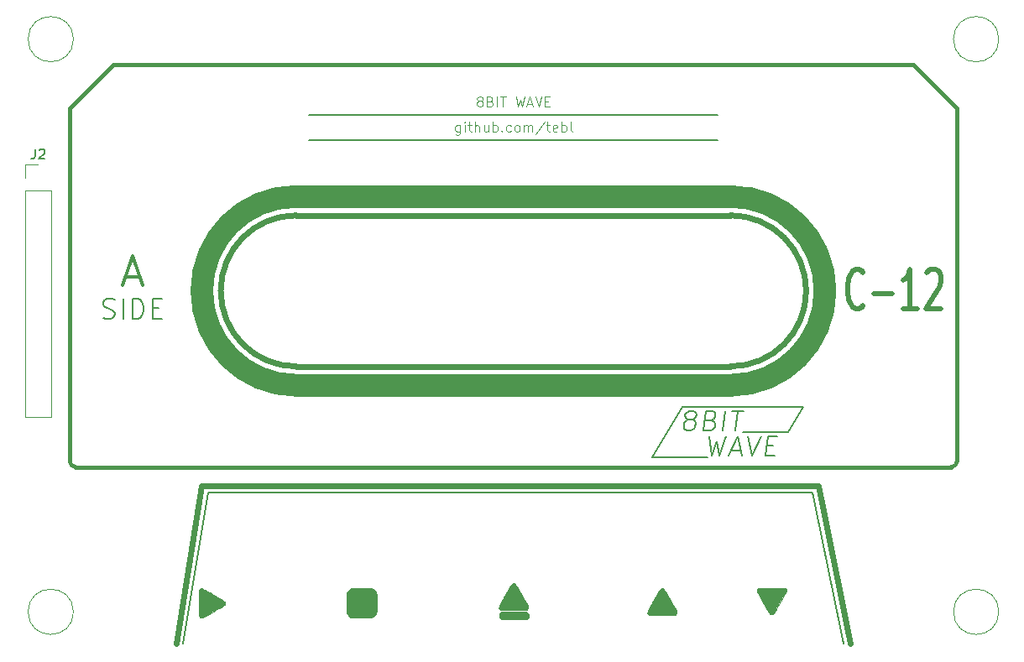
<source format=gto>
G04 #@! TF.GenerationSoftware,KiCad,Pcbnew,(5.1.5)-3*
G04 #@! TF.CreationDate,2020-03-10T22:22:35+01:00*
G04 #@! TF.ProjectId,8bitWave Faceplate,38626974-5761-4766-9520-46616365706c,rev?*
G04 #@! TF.SameCoordinates,Original*
G04 #@! TF.FileFunction,Legend,Top*
G04 #@! TF.FilePolarity,Positive*
%FSLAX46Y46*%
G04 Gerber Fmt 4.6, Leading zero omitted, Abs format (unit mm)*
G04 Created by KiCad (PCBNEW (5.1.5)-3) date 2020-03-10 22:22:35*
%MOMM*%
%LPD*%
G04 APERTURE LIST*
%ADD10C,0.300000*%
%ADD11C,2.300000*%
%ADD12C,0.400000*%
%ADD13C,0.600000*%
%ADD14C,0.500000*%
%ADD15C,0.150000*%
%ADD16C,0.200000*%
%ADD17C,0.100000*%
%ADD18C,0.120000*%
%ADD19C,0.010000*%
G04 APERTURE END LIST*
D10*
X81200714Y-105275000D02*
X82629285Y-105275000D01*
X80915000Y-106132142D02*
X81915000Y-103132142D01*
X82915000Y-106132142D01*
D11*
X88900000Y-106680000D02*
G75*
G03X98425000Y-116205000I9525000J0D01*
G01*
X98425000Y-97155000D02*
G75*
G03X88900000Y-106680000I0J-9525000D01*
G01*
X142240000Y-116205000D02*
G75*
G03X151765000Y-106680000I0J9525000D01*
G01*
X151765000Y-106680000D02*
G75*
G03X142240000Y-97155000I-9525000J0D01*
G01*
X98425000Y-97155000D02*
X142240000Y-97155000D01*
X98425000Y-116205000D02*
X142240000Y-116205000D01*
D12*
X76200000Y-124460000D02*
X164465000Y-124460000D01*
D13*
X142240000Y-99060000D02*
X98425000Y-99060000D01*
X98425000Y-114300000D02*
X142240000Y-114300000D01*
X90805000Y-106680000D02*
G75*
G03X98425000Y-114300000I7620000J0D01*
G01*
D14*
X155595238Y-108108571D02*
X155476190Y-108299047D01*
X155119047Y-108489523D01*
X154880952Y-108489523D01*
X154523809Y-108299047D01*
X154285714Y-107918095D01*
X154166666Y-107537142D01*
X154047619Y-106775238D01*
X154047619Y-106203809D01*
X154166666Y-105441904D01*
X154285714Y-105060952D01*
X154523809Y-104680000D01*
X154880952Y-104489523D01*
X155119047Y-104489523D01*
X155476190Y-104680000D01*
X155595238Y-104870476D01*
X156666666Y-106965714D02*
X158571428Y-106965714D01*
X161071428Y-108489523D02*
X159642857Y-108489523D01*
X160357142Y-108489523D02*
X160357142Y-104489523D01*
X160119047Y-105060952D01*
X159880952Y-105441904D01*
X159642857Y-105632380D01*
X162023809Y-104870476D02*
X162142857Y-104680000D01*
X162380952Y-104489523D01*
X162976190Y-104489523D01*
X163214285Y-104680000D01*
X163333333Y-104870476D01*
X163452380Y-105251428D01*
X163452380Y-105632380D01*
X163333333Y-106203809D01*
X161904761Y-108489523D01*
X163452380Y-108489523D01*
D15*
X78962619Y-109394523D02*
X79248333Y-109489761D01*
X79724523Y-109489761D01*
X79915000Y-109394523D01*
X80010238Y-109299285D01*
X80105476Y-109108809D01*
X80105476Y-108918333D01*
X80010238Y-108727857D01*
X79915000Y-108632619D01*
X79724523Y-108537380D01*
X79343571Y-108442142D01*
X79153095Y-108346904D01*
X79057857Y-108251666D01*
X78962619Y-108061190D01*
X78962619Y-107870714D01*
X79057857Y-107680238D01*
X79153095Y-107585000D01*
X79343571Y-107489761D01*
X79819761Y-107489761D01*
X80105476Y-107585000D01*
X80962619Y-109489761D02*
X80962619Y-107489761D01*
X81915000Y-109489761D02*
X81915000Y-107489761D01*
X82391190Y-107489761D01*
X82676904Y-107585000D01*
X82867380Y-107775476D01*
X82962619Y-107965952D01*
X83057857Y-108346904D01*
X83057857Y-108632619D01*
X82962619Y-109013571D01*
X82867380Y-109204047D01*
X82676904Y-109394523D01*
X82391190Y-109489761D01*
X81915000Y-109489761D01*
X83915000Y-108442142D02*
X84581666Y-108442142D01*
X84867380Y-109489761D02*
X83915000Y-109489761D01*
X83915000Y-107489761D01*
X84867380Y-107489761D01*
D16*
X99695000Y-88900000D02*
X140970000Y-88900000D01*
X99695000Y-91440000D02*
X140970000Y-91440000D01*
D17*
X114927738Y-89955714D02*
X114927738Y-90765238D01*
X114880119Y-90860476D01*
X114832500Y-90908095D01*
X114737261Y-90955714D01*
X114594404Y-90955714D01*
X114499166Y-90908095D01*
X114927738Y-90574761D02*
X114832500Y-90622380D01*
X114642023Y-90622380D01*
X114546785Y-90574761D01*
X114499166Y-90527142D01*
X114451547Y-90431904D01*
X114451547Y-90146190D01*
X114499166Y-90050952D01*
X114546785Y-90003333D01*
X114642023Y-89955714D01*
X114832500Y-89955714D01*
X114927738Y-90003333D01*
X115403928Y-90622380D02*
X115403928Y-89955714D01*
X115403928Y-89622380D02*
X115356309Y-89670000D01*
X115403928Y-89717619D01*
X115451547Y-89670000D01*
X115403928Y-89622380D01*
X115403928Y-89717619D01*
X115737261Y-89955714D02*
X116118214Y-89955714D01*
X115880119Y-89622380D02*
X115880119Y-90479523D01*
X115927738Y-90574761D01*
X116022976Y-90622380D01*
X116118214Y-90622380D01*
X116451547Y-90622380D02*
X116451547Y-89622380D01*
X116880119Y-90622380D02*
X116880119Y-90098571D01*
X116832500Y-90003333D01*
X116737261Y-89955714D01*
X116594404Y-89955714D01*
X116499166Y-90003333D01*
X116451547Y-90050952D01*
X117784880Y-89955714D02*
X117784880Y-90622380D01*
X117356309Y-89955714D02*
X117356309Y-90479523D01*
X117403928Y-90574761D01*
X117499166Y-90622380D01*
X117642023Y-90622380D01*
X117737261Y-90574761D01*
X117784880Y-90527142D01*
X118261071Y-90622380D02*
X118261071Y-89622380D01*
X118261071Y-90003333D02*
X118356309Y-89955714D01*
X118546785Y-89955714D01*
X118642023Y-90003333D01*
X118689642Y-90050952D01*
X118737261Y-90146190D01*
X118737261Y-90431904D01*
X118689642Y-90527142D01*
X118642023Y-90574761D01*
X118546785Y-90622380D01*
X118356309Y-90622380D01*
X118261071Y-90574761D01*
X119165833Y-90527142D02*
X119213452Y-90574761D01*
X119165833Y-90622380D01*
X119118214Y-90574761D01*
X119165833Y-90527142D01*
X119165833Y-90622380D01*
X120070595Y-90574761D02*
X119975357Y-90622380D01*
X119784880Y-90622380D01*
X119689642Y-90574761D01*
X119642023Y-90527142D01*
X119594404Y-90431904D01*
X119594404Y-90146190D01*
X119642023Y-90050952D01*
X119689642Y-90003333D01*
X119784880Y-89955714D01*
X119975357Y-89955714D01*
X120070595Y-90003333D01*
X120642023Y-90622380D02*
X120546785Y-90574761D01*
X120499166Y-90527142D01*
X120451547Y-90431904D01*
X120451547Y-90146190D01*
X120499166Y-90050952D01*
X120546785Y-90003333D01*
X120642023Y-89955714D01*
X120784880Y-89955714D01*
X120880119Y-90003333D01*
X120927738Y-90050952D01*
X120975357Y-90146190D01*
X120975357Y-90431904D01*
X120927738Y-90527142D01*
X120880119Y-90574761D01*
X120784880Y-90622380D01*
X120642023Y-90622380D01*
X121403928Y-90622380D02*
X121403928Y-89955714D01*
X121403928Y-90050952D02*
X121451547Y-90003333D01*
X121546785Y-89955714D01*
X121689642Y-89955714D01*
X121784880Y-90003333D01*
X121832500Y-90098571D01*
X121832500Y-90622380D01*
X121832500Y-90098571D02*
X121880119Y-90003333D01*
X121975357Y-89955714D01*
X122118214Y-89955714D01*
X122213452Y-90003333D01*
X122261071Y-90098571D01*
X122261071Y-90622380D01*
X123451547Y-89574761D02*
X122594404Y-90860476D01*
X123642023Y-89955714D02*
X124022976Y-89955714D01*
X123784880Y-89622380D02*
X123784880Y-90479523D01*
X123832500Y-90574761D01*
X123927738Y-90622380D01*
X124022976Y-90622380D01*
X124737261Y-90574761D02*
X124642023Y-90622380D01*
X124451547Y-90622380D01*
X124356309Y-90574761D01*
X124308690Y-90479523D01*
X124308690Y-90098571D01*
X124356309Y-90003333D01*
X124451547Y-89955714D01*
X124642023Y-89955714D01*
X124737261Y-90003333D01*
X124784880Y-90098571D01*
X124784880Y-90193809D01*
X124308690Y-90289047D01*
X125213452Y-90622380D02*
X125213452Y-89622380D01*
X125213452Y-90003333D02*
X125308690Y-89955714D01*
X125499166Y-89955714D01*
X125594404Y-90003333D01*
X125642023Y-90050952D01*
X125689642Y-90146190D01*
X125689642Y-90431904D01*
X125642023Y-90527142D01*
X125594404Y-90574761D01*
X125499166Y-90622380D01*
X125308690Y-90622380D01*
X125213452Y-90574761D01*
X126261071Y-90622380D02*
X126165833Y-90574761D01*
X126118214Y-90479523D01*
X126118214Y-89622380D01*
X116856309Y-87510952D02*
X116761071Y-87463333D01*
X116713452Y-87415714D01*
X116665833Y-87320476D01*
X116665833Y-87272857D01*
X116713452Y-87177619D01*
X116761071Y-87130000D01*
X116856309Y-87082380D01*
X117046785Y-87082380D01*
X117142023Y-87130000D01*
X117189642Y-87177619D01*
X117237261Y-87272857D01*
X117237261Y-87320476D01*
X117189642Y-87415714D01*
X117142023Y-87463333D01*
X117046785Y-87510952D01*
X116856309Y-87510952D01*
X116761071Y-87558571D01*
X116713452Y-87606190D01*
X116665833Y-87701428D01*
X116665833Y-87891904D01*
X116713452Y-87987142D01*
X116761071Y-88034761D01*
X116856309Y-88082380D01*
X117046785Y-88082380D01*
X117142023Y-88034761D01*
X117189642Y-87987142D01*
X117237261Y-87891904D01*
X117237261Y-87701428D01*
X117189642Y-87606190D01*
X117142023Y-87558571D01*
X117046785Y-87510952D01*
X117999166Y-87558571D02*
X118142023Y-87606190D01*
X118189642Y-87653809D01*
X118237261Y-87749047D01*
X118237261Y-87891904D01*
X118189642Y-87987142D01*
X118142023Y-88034761D01*
X118046785Y-88082380D01*
X117665833Y-88082380D01*
X117665833Y-87082380D01*
X117999166Y-87082380D01*
X118094404Y-87130000D01*
X118142023Y-87177619D01*
X118189642Y-87272857D01*
X118189642Y-87368095D01*
X118142023Y-87463333D01*
X118094404Y-87510952D01*
X117999166Y-87558571D01*
X117665833Y-87558571D01*
X118665833Y-88082380D02*
X118665833Y-87082380D01*
X118999166Y-87082380D02*
X119570595Y-87082380D01*
X119284880Y-88082380D02*
X119284880Y-87082380D01*
X120570595Y-87082380D02*
X120808690Y-88082380D01*
X120999166Y-87368095D01*
X121189642Y-88082380D01*
X121427738Y-87082380D01*
X121761071Y-87796666D02*
X122237261Y-87796666D01*
X121665833Y-88082380D02*
X121999166Y-87082380D01*
X122332500Y-88082380D01*
X122522976Y-87082380D02*
X122856309Y-88082380D01*
X123189642Y-87082380D01*
X123522976Y-87558571D02*
X123856309Y-87558571D01*
X123999166Y-88082380D02*
X123522976Y-88082380D01*
X123522976Y-87082380D01*
X123999166Y-87082380D01*
D16*
X153670000Y-142240000D02*
X150495000Y-127000000D01*
X86995000Y-142240000D02*
X89530000Y-127000000D01*
X150495000Y-127000000D02*
X89535000Y-127000000D01*
D13*
X149860000Y-106680000D02*
G75*
G03X142240000Y-99060000I-7620000J0D01*
G01*
X142240000Y-114300000D02*
G75*
G03X149860000Y-106680000I0J7620000D01*
G01*
X98425000Y-99060000D02*
G75*
G03X90805000Y-106680000I0J-7620000D01*
G01*
D12*
X160655000Y-83820000D02*
X80010000Y-83820000D01*
X165100000Y-123825000D02*
X165100000Y-88265000D01*
X164465000Y-124460000D02*
G75*
G03X165100000Y-123825000I0J635000D01*
G01*
X75565000Y-123825000D02*
X75565000Y-88265000D01*
X75565000Y-123825000D02*
G75*
G03X76200000Y-124460000I635000J0D01*
G01*
X160655000Y-83820000D02*
X165100000Y-88265000D01*
X80010000Y-83820000D02*
X75565000Y-88265000D01*
D13*
X88900000Y-126365000D02*
X151130000Y-126365000D01*
X88900000Y-126365000D02*
X86360000Y-142240000D01*
X151130000Y-126365000D02*
X154305000Y-142240000D01*
D18*
X71060000Y-93920000D02*
X72390000Y-93920000D01*
X71060000Y-95250000D02*
X71060000Y-93920000D01*
X71060000Y-96520000D02*
X73720000Y-96520000D01*
X73720000Y-96520000D02*
X73720000Y-119440000D01*
X71060000Y-96520000D02*
X71060000Y-119440000D01*
X71060000Y-119440000D02*
X73720000Y-119440000D01*
X75946000Y-139065000D02*
G75*
G03X75946000Y-139065000I-2286000J0D01*
G01*
X169291000Y-139065000D02*
G75*
G03X169291000Y-139065000I-2286000J0D01*
G01*
X169291000Y-81280000D02*
G75*
G03X169291000Y-81280000I-2286000J0D01*
G01*
X75946000Y-81280000D02*
G75*
G03X75946000Y-81280000I-2286000J0D01*
G01*
D19*
G36*
X88918908Y-136706653D02*
G01*
X89047678Y-136758817D01*
X89154590Y-136816790D01*
X89228716Y-136859672D01*
X89344528Y-136926514D01*
X89494779Y-137013140D01*
X89672224Y-137115375D01*
X89869614Y-137229044D01*
X90079705Y-137349971D01*
X90262157Y-137454946D01*
X90469420Y-137575216D01*
X90662816Y-137689434D01*
X90836437Y-137793960D01*
X90984377Y-137885154D01*
X91100728Y-137959376D01*
X91179583Y-138012987D01*
X91214657Y-138041852D01*
X91264411Y-138143950D01*
X91258984Y-138248631D01*
X91198849Y-138349050D01*
X91193056Y-138355268D01*
X91150981Y-138387908D01*
X91065861Y-138444512D01*
X90943827Y-138521335D01*
X90791008Y-138614631D01*
X90613534Y-138720653D01*
X90417534Y-138835656D01*
X90226445Y-138945985D01*
X90012735Y-139068491D01*
X89806226Y-139186994D01*
X89614090Y-139297366D01*
X89443501Y-139395484D01*
X89301634Y-139477220D01*
X89195663Y-139538449D01*
X89140337Y-139570605D01*
X88990930Y-139647847D01*
X88872405Y-139684122D01*
X88777288Y-139679877D01*
X88698106Y-139635555D01*
X88662620Y-139599057D01*
X88589556Y-139512225D01*
X88589556Y-136867998D01*
X88662620Y-136781166D01*
X88734188Y-136718393D01*
X88817014Y-136693367D01*
X88918908Y-136706653D01*
G37*
X88918908Y-136706653D02*
X89047678Y-136758817D01*
X89154590Y-136816790D01*
X89228716Y-136859672D01*
X89344528Y-136926514D01*
X89494779Y-137013140D01*
X89672224Y-137115375D01*
X89869614Y-137229044D01*
X90079705Y-137349971D01*
X90262157Y-137454946D01*
X90469420Y-137575216D01*
X90662816Y-137689434D01*
X90836437Y-137793960D01*
X90984377Y-137885154D01*
X91100728Y-137959376D01*
X91179583Y-138012987D01*
X91214657Y-138041852D01*
X91264411Y-138143950D01*
X91258984Y-138248631D01*
X91198849Y-138349050D01*
X91193056Y-138355268D01*
X91150981Y-138387908D01*
X91065861Y-138444512D01*
X90943827Y-138521335D01*
X90791008Y-138614631D01*
X90613534Y-138720653D01*
X90417534Y-138835656D01*
X90226445Y-138945985D01*
X90012735Y-139068491D01*
X89806226Y-139186994D01*
X89614090Y-139297366D01*
X89443501Y-139395484D01*
X89301634Y-139477220D01*
X89195663Y-139538449D01*
X89140337Y-139570605D01*
X88990930Y-139647847D01*
X88872405Y-139684122D01*
X88777288Y-139679877D01*
X88698106Y-139635555D01*
X88662620Y-139599057D01*
X88589556Y-139512225D01*
X88589556Y-136867998D01*
X88662620Y-136781166D01*
X88734188Y-136718393D01*
X88817014Y-136693367D01*
X88918908Y-136706653D01*
G36*
X106164162Y-136738047D02*
G01*
X106321687Y-136846139D01*
X106437341Y-136991905D01*
X106500182Y-137139135D01*
X106512565Y-137210607D01*
X106522771Y-137329511D01*
X106530807Y-137486879D01*
X106536677Y-137673741D01*
X106540387Y-137881126D01*
X106541943Y-138100066D01*
X106541350Y-138321590D01*
X106538613Y-138536730D01*
X106533738Y-138736515D01*
X106526731Y-138911977D01*
X106517597Y-139054145D01*
X106506341Y-139154050D01*
X106498935Y-139188787D01*
X106422715Y-139360619D01*
X106307007Y-139493723D01*
X106167248Y-139584194D01*
X106019807Y-139657667D01*
X105030515Y-139655439D01*
X104749608Y-139653939D01*
X104504470Y-139650858D01*
X104299102Y-139646314D01*
X104137502Y-139640426D01*
X104023670Y-139633312D01*
X103961605Y-139625091D01*
X103956556Y-139623615D01*
X103803728Y-139541563D01*
X103671881Y-139413254D01*
X103611463Y-139325100D01*
X103533223Y-139192000D01*
X103524794Y-138226449D01*
X103523200Y-137934625D01*
X103523806Y-137683267D01*
X103526547Y-137475638D01*
X103531359Y-137314999D01*
X103538178Y-137204612D01*
X103545877Y-137151299D01*
X103617375Y-136987534D01*
X103731970Y-136846661D01*
X103877411Y-136743303D01*
X103894738Y-136734865D01*
X103934550Y-136716792D01*
X103972475Y-136702230D01*
X104014837Y-136690798D01*
X104067959Y-136682116D01*
X104138164Y-136675802D01*
X104231775Y-136671474D01*
X104355114Y-136668752D01*
X104514504Y-136667254D01*
X104716269Y-136666599D01*
X104966731Y-136666406D01*
X105030515Y-136666387D01*
X106019807Y-136666112D01*
X106164162Y-136738047D01*
G37*
X106164162Y-136738047D02*
X106321687Y-136846139D01*
X106437341Y-136991905D01*
X106500182Y-137139135D01*
X106512565Y-137210607D01*
X106522771Y-137329511D01*
X106530807Y-137486879D01*
X106536677Y-137673741D01*
X106540387Y-137881126D01*
X106541943Y-138100066D01*
X106541350Y-138321590D01*
X106538613Y-138536730D01*
X106533738Y-138736515D01*
X106526731Y-138911977D01*
X106517597Y-139054145D01*
X106506341Y-139154050D01*
X106498935Y-139188787D01*
X106422715Y-139360619D01*
X106307007Y-139493723D01*
X106167248Y-139584194D01*
X106019807Y-139657667D01*
X105030515Y-139655439D01*
X104749608Y-139653939D01*
X104504470Y-139650858D01*
X104299102Y-139646314D01*
X104137502Y-139640426D01*
X104023670Y-139633312D01*
X103961605Y-139625091D01*
X103956556Y-139623615D01*
X103803728Y-139541563D01*
X103671881Y-139413254D01*
X103611463Y-139325100D01*
X103533223Y-139192000D01*
X103524794Y-138226449D01*
X103523200Y-137934625D01*
X103523806Y-137683267D01*
X103526547Y-137475638D01*
X103531359Y-137314999D01*
X103538178Y-137204612D01*
X103545877Y-137151299D01*
X103617375Y-136987534D01*
X103731970Y-136846661D01*
X103877411Y-136743303D01*
X103894738Y-136734865D01*
X103934550Y-136716792D01*
X103972475Y-136702230D01*
X104014837Y-136690798D01*
X104067959Y-136682116D01*
X104138164Y-136675802D01*
X104231775Y-136671474D01*
X104355114Y-136668752D01*
X104514504Y-136667254D01*
X104716269Y-136666599D01*
X104966731Y-136666406D01*
X105030515Y-136666387D01*
X106019807Y-136666112D01*
X106164162Y-136738047D01*
G36*
X120887520Y-139013215D02*
G01*
X121117922Y-139015236D01*
X121303092Y-139018932D01*
X121439818Y-139024249D01*
X121524890Y-139031134D01*
X121546625Y-139035032D01*
X121633508Y-139074104D01*
X121722720Y-139137424D01*
X121749261Y-139162327D01*
X121810907Y-139236905D01*
X121842536Y-139312954D01*
X121855674Y-139409817D01*
X121844480Y-139563427D01*
X121784852Y-139688704D01*
X121675184Y-139788830D01*
X121659203Y-139798931D01*
X121634616Y-139812588D01*
X121606275Y-139823831D01*
X121568787Y-139832893D01*
X121516758Y-139840010D01*
X121444793Y-139845414D01*
X121347498Y-139849341D01*
X121219481Y-139852024D01*
X121055347Y-139853699D01*
X120849702Y-139854598D01*
X120597153Y-139854957D01*
X120367778Y-139855012D01*
X120075511Y-139854909D01*
X119834295Y-139854446D01*
X119638735Y-139853389D01*
X119483438Y-139851502D01*
X119363009Y-139848551D01*
X119272056Y-139844303D01*
X119205184Y-139838524D01*
X119156998Y-139830978D01*
X119122107Y-139821432D01*
X119095114Y-139809651D01*
X119076354Y-139798931D01*
X118960195Y-139700340D01*
X118894490Y-139576502D01*
X118878705Y-139426375D01*
X118879385Y-139415811D01*
X118911576Y-139266619D01*
X118986819Y-139150585D01*
X119083667Y-139074438D01*
X119108521Y-139061425D01*
X119140165Y-139050693D01*
X119184106Y-139041971D01*
X119245850Y-139034989D01*
X119330905Y-139029475D01*
X119444776Y-139025158D01*
X119592972Y-139021768D01*
X119780998Y-139019034D01*
X120014361Y-139016684D01*
X120298568Y-139014449D01*
X120303857Y-139014410D01*
X120615094Y-139012922D01*
X120887520Y-139013215D01*
G37*
X120887520Y-139013215D02*
X121117922Y-139015236D01*
X121303092Y-139018932D01*
X121439818Y-139024249D01*
X121524890Y-139031134D01*
X121546625Y-139035032D01*
X121633508Y-139074104D01*
X121722720Y-139137424D01*
X121749261Y-139162327D01*
X121810907Y-139236905D01*
X121842536Y-139312954D01*
X121855674Y-139409817D01*
X121844480Y-139563427D01*
X121784852Y-139688704D01*
X121675184Y-139788830D01*
X121659203Y-139798931D01*
X121634616Y-139812588D01*
X121606275Y-139823831D01*
X121568787Y-139832893D01*
X121516758Y-139840010D01*
X121444793Y-139845414D01*
X121347498Y-139849341D01*
X121219481Y-139852024D01*
X121055347Y-139853699D01*
X120849702Y-139854598D01*
X120597153Y-139854957D01*
X120367778Y-139855012D01*
X120075511Y-139854909D01*
X119834295Y-139854446D01*
X119638735Y-139853389D01*
X119483438Y-139851502D01*
X119363009Y-139848551D01*
X119272056Y-139844303D01*
X119205184Y-139838524D01*
X119156998Y-139830978D01*
X119122107Y-139821432D01*
X119095114Y-139809651D01*
X119076354Y-139798931D01*
X118960195Y-139700340D01*
X118894490Y-139576502D01*
X118878705Y-139426375D01*
X118879385Y-139415811D01*
X118911576Y-139266619D01*
X118986819Y-139150585D01*
X119083667Y-139074438D01*
X119108521Y-139061425D01*
X119140165Y-139050693D01*
X119184106Y-139041971D01*
X119245850Y-139034989D01*
X119330905Y-139029475D01*
X119444776Y-139025158D01*
X119592972Y-139021768D01*
X119780998Y-139019034D01*
X120014361Y-139016684D01*
X120298568Y-139014449D01*
X120303857Y-139014410D01*
X120615094Y-139012922D01*
X120887520Y-139013215D01*
G36*
X120387987Y-136195069D02*
G01*
X120489114Y-136249559D01*
X120505241Y-136263945D01*
X120538163Y-136306157D01*
X120595015Y-136391348D01*
X120672006Y-136513330D01*
X120765341Y-136665913D01*
X120871230Y-136842908D01*
X120985879Y-137038128D01*
X121088920Y-137216445D01*
X121211067Y-137429359D01*
X121329606Y-137635865D01*
X121440286Y-137828569D01*
X121538858Y-138000077D01*
X121621075Y-138142995D01*
X121682685Y-138249931D01*
X121713012Y-138302410D01*
X121789569Y-138448347D01*
X121828495Y-138562449D01*
X121830575Y-138654238D01*
X121796594Y-138733231D01*
X121752838Y-138784949D01*
X121670342Y-138867445D01*
X119017442Y-138867445D01*
X118930610Y-138794381D01*
X118893730Y-138761766D01*
X118865669Y-138729482D01*
X118848179Y-138693112D01*
X118843010Y-138648243D01*
X118851916Y-138590457D01*
X118876647Y-138515342D01*
X118918955Y-138418480D01*
X118980593Y-138295457D01*
X119063311Y-138141858D01*
X119168862Y-137953267D01*
X119298997Y-137725270D01*
X119455468Y-137453451D01*
X119478391Y-137413700D01*
X119611724Y-137183870D01*
X119738752Y-136967500D01*
X119856263Y-136769877D01*
X119961045Y-136596287D01*
X120049886Y-136452016D01*
X120119575Y-136342350D01*
X120166900Y-136272577D01*
X120185521Y-136249834D01*
X120284345Y-136195052D01*
X120387987Y-136195069D01*
G37*
X120387987Y-136195069D02*
X120489114Y-136249559D01*
X120505241Y-136263945D01*
X120538163Y-136306157D01*
X120595015Y-136391348D01*
X120672006Y-136513330D01*
X120765341Y-136665913D01*
X120871230Y-136842908D01*
X120985879Y-137038128D01*
X121088920Y-137216445D01*
X121211067Y-137429359D01*
X121329606Y-137635865D01*
X121440286Y-137828569D01*
X121538858Y-138000077D01*
X121621075Y-138142995D01*
X121682685Y-138249931D01*
X121713012Y-138302410D01*
X121789569Y-138448347D01*
X121828495Y-138562449D01*
X121830575Y-138654238D01*
X121796594Y-138733231D01*
X121752838Y-138784949D01*
X121670342Y-138867445D01*
X119017442Y-138867445D01*
X118930610Y-138794381D01*
X118893730Y-138761766D01*
X118865669Y-138729482D01*
X118848179Y-138693112D01*
X118843010Y-138648243D01*
X118851916Y-138590457D01*
X118876647Y-138515342D01*
X118918955Y-138418480D01*
X118980593Y-138295457D01*
X119063311Y-138141858D01*
X119168862Y-137953267D01*
X119298997Y-137725270D01*
X119455468Y-137453451D01*
X119478391Y-137413700D01*
X119611724Y-137183870D01*
X119738752Y-136967500D01*
X119856263Y-136769877D01*
X119961045Y-136596287D01*
X120049886Y-136452016D01*
X120119575Y-136342350D01*
X120166900Y-136272577D01*
X120185521Y-136249834D01*
X120284345Y-136195052D01*
X120387987Y-136195069D01*
G36*
X146691407Y-136652228D02*
G01*
X146956698Y-136653216D01*
X147175314Y-136655420D01*
X147352139Y-136659296D01*
X147492057Y-136665301D01*
X147599952Y-136673890D01*
X147680708Y-136685521D01*
X147739209Y-136700649D01*
X147780341Y-136719730D01*
X147808986Y-136743220D01*
X147830028Y-136771577D01*
X147839840Y-136788867D01*
X147856510Y-136824601D01*
X147866123Y-136861916D01*
X147866614Y-136905360D01*
X147855920Y-136959481D01*
X147831979Y-137028825D01*
X147792728Y-137117940D01*
X147736103Y-137231372D01*
X147660041Y-137373670D01*
X147562480Y-137549379D01*
X147441355Y-137763048D01*
X147294605Y-138019224D01*
X147233030Y-138126336D01*
X147100112Y-138356338D01*
X146974075Y-138572360D01*
X146858026Y-138769221D01*
X146755075Y-138941742D01*
X146668329Y-139084743D01*
X146600898Y-139193044D01*
X146555889Y-139261465D01*
X146538459Y-139283723D01*
X146463884Y-139318820D01*
X146364619Y-139331601D01*
X146268565Y-139320238D01*
X146228842Y-139304001D01*
X146194791Y-139268430D01*
X146142558Y-139195855D01*
X146080883Y-139098884D01*
X146048442Y-139043804D01*
X146002766Y-138964366D01*
X145933103Y-138843523D01*
X145843751Y-138688714D01*
X145739008Y-138507380D01*
X145623171Y-138306963D01*
X145500538Y-138094902D01*
X145396878Y-137915739D01*
X145254931Y-137669654D01*
X145139545Y-137466998D01*
X145048505Y-137302645D01*
X144979590Y-137171470D01*
X144930583Y-137068344D01*
X144899266Y-136988143D01*
X144883421Y-136925740D01*
X144880829Y-136876009D01*
X144889273Y-136833823D01*
X144906534Y-136794056D01*
X144909272Y-136788867D01*
X144928256Y-136757726D01*
X144952234Y-136731694D01*
X144986091Y-136710315D01*
X145034711Y-136693134D01*
X145102977Y-136679693D01*
X145195774Y-136669536D01*
X145317987Y-136662208D01*
X145474499Y-136657252D01*
X145670194Y-136654212D01*
X145909957Y-136652632D01*
X146198671Y-136652055D01*
X146374556Y-136652000D01*
X146691407Y-136652228D01*
G37*
X146691407Y-136652228D02*
X146956698Y-136653216D01*
X147175314Y-136655420D01*
X147352139Y-136659296D01*
X147492057Y-136665301D01*
X147599952Y-136673890D01*
X147680708Y-136685521D01*
X147739209Y-136700649D01*
X147780341Y-136719730D01*
X147808986Y-136743220D01*
X147830028Y-136771577D01*
X147839840Y-136788867D01*
X147856510Y-136824601D01*
X147866123Y-136861916D01*
X147866614Y-136905360D01*
X147855920Y-136959481D01*
X147831979Y-137028825D01*
X147792728Y-137117940D01*
X147736103Y-137231372D01*
X147660041Y-137373670D01*
X147562480Y-137549379D01*
X147441355Y-137763048D01*
X147294605Y-138019224D01*
X147233030Y-138126336D01*
X147100112Y-138356338D01*
X146974075Y-138572360D01*
X146858026Y-138769221D01*
X146755075Y-138941742D01*
X146668329Y-139084743D01*
X146600898Y-139193044D01*
X146555889Y-139261465D01*
X146538459Y-139283723D01*
X146463884Y-139318820D01*
X146364619Y-139331601D01*
X146268565Y-139320238D01*
X146228842Y-139304001D01*
X146194791Y-139268430D01*
X146142558Y-139195855D01*
X146080883Y-139098884D01*
X146048442Y-139043804D01*
X146002766Y-138964366D01*
X145933103Y-138843523D01*
X145843751Y-138688714D01*
X145739008Y-138507380D01*
X145623171Y-138306963D01*
X145500538Y-138094902D01*
X145396878Y-137915739D01*
X145254931Y-137669654D01*
X145139545Y-137466998D01*
X145048505Y-137302645D01*
X144979590Y-137171470D01*
X144930583Y-137068344D01*
X144899266Y-136988143D01*
X144883421Y-136925740D01*
X144880829Y-136876009D01*
X144889273Y-136833823D01*
X144906534Y-136794056D01*
X144909272Y-136788867D01*
X144928256Y-136757726D01*
X144952234Y-136731694D01*
X144986091Y-136710315D01*
X145034711Y-136693134D01*
X145102977Y-136679693D01*
X145195774Y-136669536D01*
X145317987Y-136662208D01*
X145474499Y-136657252D01*
X145670194Y-136654212D01*
X145909957Y-136652632D01*
X146198671Y-136652055D01*
X146374556Y-136652000D01*
X146691407Y-136652228D01*
D18*
X143240000Y-116955000D02*
X140040000Y-116955000D01*
X140040000Y-115455000D02*
X143240000Y-115455000D01*
X140040000Y-115455000D02*
X140040000Y-116955000D01*
X134985000Y-116955000D02*
X131785000Y-116955000D01*
X131785000Y-115455000D02*
X134985000Y-115455000D01*
X131785000Y-115455000D02*
X131785000Y-116955000D01*
X126095000Y-116955000D02*
X122895000Y-116955000D01*
X122895000Y-115455000D02*
X126095000Y-115455000D01*
X122895000Y-115455000D02*
X122895000Y-116955000D01*
X117205000Y-116955000D02*
X114005000Y-116955000D01*
X114005000Y-115455000D02*
X117205000Y-115455000D01*
X114005000Y-115455000D02*
X114005000Y-116955000D01*
X107680000Y-116955000D02*
X104480000Y-116955000D01*
X104480000Y-115455000D02*
X107680000Y-115455000D01*
X104480000Y-115455000D02*
X104480000Y-116955000D01*
X99425000Y-116955000D02*
X96225000Y-116955000D01*
X96225000Y-115455000D02*
X99425000Y-115455000D01*
X96225000Y-115455000D02*
X96225000Y-116955000D01*
X90873254Y-113643135D02*
X88816334Y-111191793D01*
X89965401Y-110227612D02*
X92022321Y-112678954D01*
X89965401Y-110227612D02*
X88816334Y-111191793D01*
X89587679Y-101248954D02*
X91644599Y-98797612D01*
X92793666Y-99761793D02*
X90736746Y-102213135D01*
X92793666Y-99761793D02*
X91644599Y-98797612D01*
D15*
X143510000Y-120904000D02*
X148082000Y-120904000D01*
X134366000Y-123444000D02*
X137414000Y-118364000D01*
X148082000Y-120904000D02*
X149606000Y-118364000D01*
X134366000Y-123444000D02*
X139954000Y-123444000D01*
X149606000Y-118364000D02*
X137414000Y-118364000D01*
D19*
G36*
X135373987Y-136703069D02*
G01*
X135475114Y-136757559D01*
X135491241Y-136771945D01*
X135524163Y-136814157D01*
X135581015Y-136899348D01*
X135658006Y-137021330D01*
X135751341Y-137173913D01*
X135857230Y-137350908D01*
X135971879Y-137546128D01*
X136074920Y-137724445D01*
X136197067Y-137937359D01*
X136315606Y-138143865D01*
X136426286Y-138336569D01*
X136524858Y-138508077D01*
X136607075Y-138650995D01*
X136668685Y-138757931D01*
X136699012Y-138810410D01*
X136775569Y-138956347D01*
X136814495Y-139070449D01*
X136816575Y-139162238D01*
X136782594Y-139241231D01*
X136738838Y-139292949D01*
X136656342Y-139375445D01*
X134003442Y-139375445D01*
X133916610Y-139302381D01*
X133879730Y-139269766D01*
X133851669Y-139237482D01*
X133834179Y-139201112D01*
X133829010Y-139156243D01*
X133837916Y-139098457D01*
X133862647Y-139023342D01*
X133904955Y-138926480D01*
X133966593Y-138803457D01*
X134049311Y-138649858D01*
X134154862Y-138461267D01*
X134284997Y-138233270D01*
X134441468Y-137961451D01*
X134464391Y-137921700D01*
X134597724Y-137691870D01*
X134724752Y-137475500D01*
X134842263Y-137277877D01*
X134947045Y-137104287D01*
X135035886Y-136960016D01*
X135105575Y-136850350D01*
X135152900Y-136780577D01*
X135171521Y-136757834D01*
X135270345Y-136703052D01*
X135373987Y-136703069D01*
G37*
X135373987Y-136703069D02*
X135475114Y-136757559D01*
X135491241Y-136771945D01*
X135524163Y-136814157D01*
X135581015Y-136899348D01*
X135658006Y-137021330D01*
X135751341Y-137173913D01*
X135857230Y-137350908D01*
X135971879Y-137546128D01*
X136074920Y-137724445D01*
X136197067Y-137937359D01*
X136315606Y-138143865D01*
X136426286Y-138336569D01*
X136524858Y-138508077D01*
X136607075Y-138650995D01*
X136668685Y-138757931D01*
X136699012Y-138810410D01*
X136775569Y-138956347D01*
X136814495Y-139070449D01*
X136816575Y-139162238D01*
X136782594Y-139241231D01*
X136738838Y-139292949D01*
X136656342Y-139375445D01*
X134003442Y-139375445D01*
X133916610Y-139302381D01*
X133879730Y-139269766D01*
X133851669Y-139237482D01*
X133834179Y-139201112D01*
X133829010Y-139156243D01*
X133837916Y-139098457D01*
X133862647Y-139023342D01*
X133904955Y-138926480D01*
X133966593Y-138803457D01*
X134049311Y-138649858D01*
X134154862Y-138461267D01*
X134284997Y-138233270D01*
X134441468Y-137961451D01*
X134464391Y-137921700D01*
X134597724Y-137691870D01*
X134724752Y-137475500D01*
X134842263Y-137277877D01*
X134947045Y-137104287D01*
X135035886Y-136960016D01*
X135105575Y-136850350D01*
X135152900Y-136780577D01*
X135171521Y-136757834D01*
X135270345Y-136703052D01*
X135373987Y-136703069D01*
D18*
X97425000Y-96405000D02*
X100625000Y-96405000D01*
X100625000Y-97905000D02*
X97425000Y-97905000D01*
X100625000Y-97905000D02*
X100625000Y-96405000D01*
X105680000Y-96405000D02*
X108880000Y-96405000D01*
X108880000Y-97905000D02*
X105680000Y-97905000D01*
X108880000Y-97905000D02*
X108880000Y-96405000D01*
X115205000Y-96405000D02*
X118405000Y-96405000D01*
X118405000Y-97905000D02*
X115205000Y-97905000D01*
X118405000Y-97905000D02*
X118405000Y-96405000D01*
X124095000Y-96405000D02*
X127295000Y-96405000D01*
X127295000Y-97905000D02*
X124095000Y-97905000D01*
X127295000Y-97905000D02*
X127295000Y-96405000D01*
X132985000Y-96405000D02*
X136185000Y-96405000D01*
X136185000Y-97905000D02*
X132985000Y-97905000D01*
X136185000Y-97905000D02*
X136185000Y-96405000D01*
X141240000Y-96405000D02*
X144440000Y-96405000D01*
X144440000Y-97905000D02*
X141240000Y-97905000D01*
X144440000Y-97905000D02*
X144440000Y-96405000D01*
X149791746Y-99716865D02*
X151848666Y-102168207D01*
X150699599Y-103132388D02*
X148642679Y-100681046D01*
X150699599Y-103132388D02*
X151848666Y-102168207D01*
X151108135Y-112326746D02*
X148656793Y-114383666D01*
X147692612Y-113234599D02*
X150143954Y-111177679D01*
X147692612Y-113234599D02*
X148656793Y-114383666D01*
D15*
X72056666Y-92372380D02*
X72056666Y-93086666D01*
X72009047Y-93229523D01*
X71913809Y-93324761D01*
X71770952Y-93372380D01*
X71675714Y-93372380D01*
X72485238Y-92467619D02*
X72532857Y-92420000D01*
X72628095Y-92372380D01*
X72866190Y-92372380D01*
X72961428Y-92420000D01*
X73009047Y-92467619D01*
X73056666Y-92562857D01*
X73056666Y-92658095D01*
X73009047Y-92800952D01*
X72437619Y-93372380D01*
X73056666Y-93372380D01*
X140096026Y-121332761D02*
X140322217Y-123332761D01*
X140881741Y-121904190D01*
X141084122Y-123332761D01*
X141810312Y-121332761D01*
X142298407Y-122761333D02*
X143250788Y-122761333D01*
X142036502Y-123332761D02*
X142953169Y-121332761D01*
X143369836Y-123332761D01*
X144000788Y-121332761D02*
X144417455Y-123332761D01*
X145334122Y-121332761D01*
X145881741Y-122285142D02*
X146548407Y-122285142D01*
X146703169Y-123332761D02*
X145750788Y-123332761D01*
X146000788Y-121332761D01*
X146953169Y-121332761D01*
X137988502Y-119649904D02*
X137809931Y-119554666D01*
X137726598Y-119459428D01*
X137655169Y-119268952D01*
X137667074Y-119173714D01*
X137786122Y-118983238D01*
X137893264Y-118888000D01*
X138095645Y-118792761D01*
X138476598Y-118792761D01*
X138655169Y-118888000D01*
X138738502Y-118983238D01*
X138809931Y-119173714D01*
X138798026Y-119268952D01*
X138678979Y-119459428D01*
X138571836Y-119554666D01*
X138369455Y-119649904D01*
X137988502Y-119649904D01*
X137786122Y-119745142D01*
X137678979Y-119840380D01*
X137559931Y-120030857D01*
X137512312Y-120411809D01*
X137583741Y-120602285D01*
X137667074Y-120697523D01*
X137845645Y-120792761D01*
X138226598Y-120792761D01*
X138428979Y-120697523D01*
X138536122Y-120602285D01*
X138655169Y-120411809D01*
X138702788Y-120030857D01*
X138631360Y-119840380D01*
X138548026Y-119745142D01*
X138369455Y-119649904D01*
X140262312Y-119745142D02*
X140536122Y-119840380D01*
X140619455Y-119935619D01*
X140690883Y-120126095D01*
X140655169Y-120411809D01*
X140536122Y-120602285D01*
X140428979Y-120697523D01*
X140226598Y-120792761D01*
X139464693Y-120792761D01*
X139714693Y-118792761D01*
X140381360Y-118792761D01*
X140559931Y-118888000D01*
X140643264Y-118983238D01*
X140714693Y-119173714D01*
X140690883Y-119364190D01*
X140571836Y-119554666D01*
X140464693Y-119649904D01*
X140262312Y-119745142D01*
X139595645Y-119745142D01*
X141464693Y-120792761D02*
X141714693Y-118792761D01*
X142381360Y-118792761D02*
X143524217Y-118792761D01*
X142702788Y-120792761D02*
X142952788Y-118792761D01*
M02*

</source>
